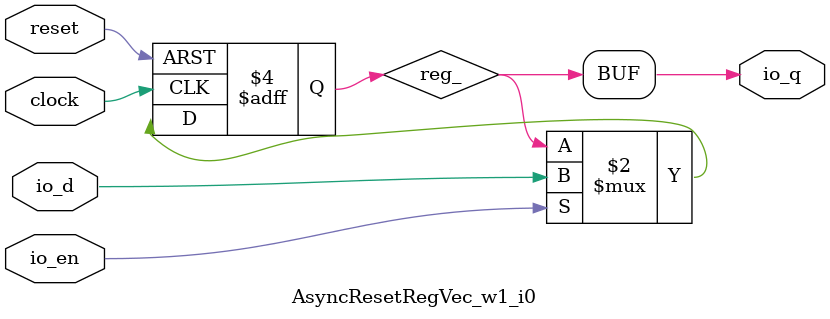
<source format=v>
module AsyncResetRegVec_w1_i0(
  input   clock,
  input   reset,
  input   io_d,
  output  io_q,
  input   io_en
);
`ifdef RANDOMIZE_REG_INIT
  reg [31:0] _RAND_0;
`endif // RANDOMIZE_REG_INIT
  reg  reg_; // @[AsyncResetReg.scala 64:50]
  assign io_q = reg_; // @[AsyncResetReg.scala 68:8]
  always @(posedge clock or posedge reset) begin
    if (reset) begin
      reg_ <= 1'h0;
    end else if (io_en) begin
      reg_ <= io_d;
    end
  end
// Register and memory initialization
`ifdef RANDOMIZE_GARBAGE_ASSIGN
`define RANDOMIZE
`endif
`ifdef RANDOMIZE_INVALID_ASSIGN
`define RANDOMIZE
`endif
`ifdef RANDOMIZE_REG_INIT
`define RANDOMIZE
`endif
`ifdef RANDOMIZE_MEM_INIT
`define RANDOMIZE
`endif
`ifndef RANDOM
`define RANDOM $random
`endif
`ifdef RANDOMIZE_MEM_INIT
  integer initvar;
`endif
`ifndef SYNTHESIS
`ifdef FIRRTL_BEFORE_INITIAL
`FIRRTL_BEFORE_INITIAL
`endif
initial begin
  `ifdef RANDOMIZE
    `ifdef INIT_RANDOM
      `INIT_RANDOM
    `endif
    `ifndef VERILATOR
      `ifdef RANDOMIZE_DELAY
        #`RANDOMIZE_DELAY begin end
      `else
        #0.002 begin end
      `endif
    `endif
`ifdef RANDOMIZE_REG_INIT
  _RAND_0 = {1{`RANDOM}};
  reg_ = _RAND_0[0:0];
`endif // RANDOMIZE_REG_INIT
  if (reset) begin
    reg_ = 1'h0;
  end
  `endif // RANDOMIZE
end // initial
`ifdef FIRRTL_AFTER_INITIAL
`FIRRTL_AFTER_INITIAL
`endif
`endif // SYNTHESIS
endmodule

</source>
